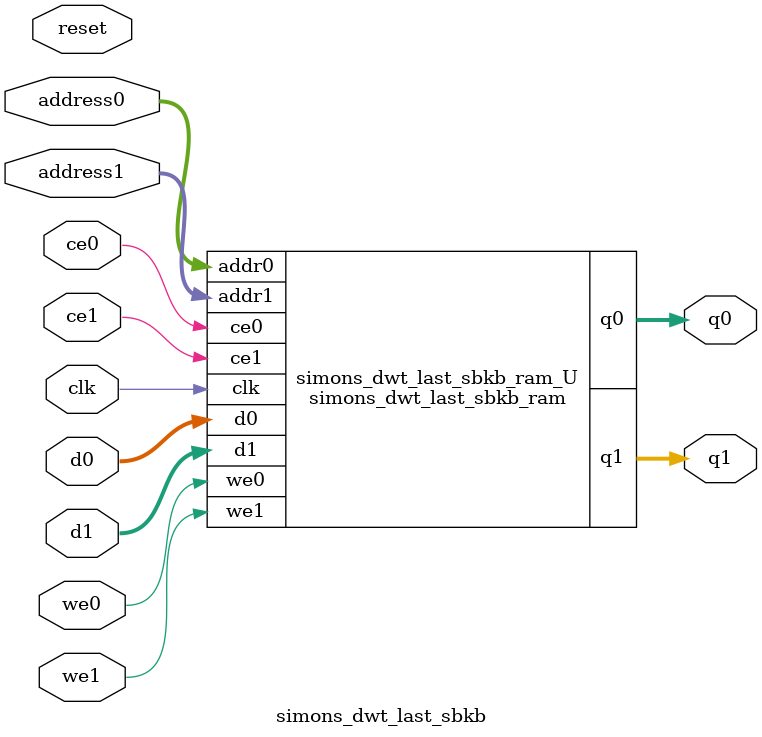
<source format=v>

`timescale 1 ns / 1 ps
module simons_dwt_last_sbkb_ram (addr0, ce0, d0, we0, q0, addr1, ce1, d1, we1, q1,  clk);

parameter DWIDTH = 32;
parameter AWIDTH = 11;
parameter MEM_SIZE = 2048;

input[AWIDTH-1:0] addr0;
input ce0;
input[DWIDTH-1:0] d0;
input we0;
output reg[DWIDTH-1:0] q0;
input[AWIDTH-1:0] addr1;
input ce1;
input[DWIDTH-1:0] d1;
input we1;
output reg[DWIDTH-1:0] q1;
input clk;

(* ram_style = "block" *)reg [DWIDTH-1:0] ram[0:MEM_SIZE-1];




always @(posedge clk)  
begin 
    if (ce0) 
    begin
        if (we0) 
        begin 
            ram[addr0] <= d0; 
            q0 <= d0;
        end 
        else 
            q0 <= ram[addr0];
    end
end


always @(posedge clk)  
begin 
    if (ce1) 
    begin
        if (we1) 
        begin 
            ram[addr1] <= d1; 
            q1 <= d1;
        end 
        else 
            q1 <= ram[addr1];
    end
end


endmodule


`timescale 1 ns / 1 ps
module simons_dwt_last_sbkb(
    reset,
    clk,
    address0,
    ce0,
    we0,
    d0,
    q0,
    address1,
    ce1,
    we1,
    d1,
    q1);

parameter DataWidth = 32'd32;
parameter AddressRange = 32'd2048;
parameter AddressWidth = 32'd11;
input reset;
input clk;
input[AddressWidth - 1:0] address0;
input ce0;
input we0;
input[DataWidth - 1:0] d0;
output[DataWidth - 1:0] q0;
input[AddressWidth - 1:0] address1;
input ce1;
input we1;
input[DataWidth - 1:0] d1;
output[DataWidth - 1:0] q1;



simons_dwt_last_sbkb_ram simons_dwt_last_sbkb_ram_U(
    .clk( clk ),
    .addr0( address0 ),
    .ce0( ce0 ),
    .d0( d0 ),
    .we0( we0 ),
    .q0( q0 ),
    .addr1( address1 ),
    .ce1( ce1 ),
    .d1( d1 ),
    .we1( we1 ),
    .q1( q1 ));

endmodule


</source>
